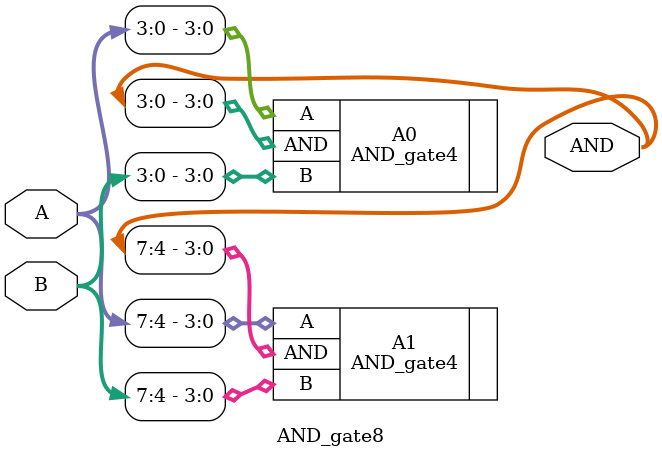
<source format=v>
`timescale 1ns / 1ps

module AND_gate8(
input [7:0]A,
input [7:0]B,
output [7:0]AND
    );
    
    AND_gate4 A0(.A(A[3:0]),.B(B[3:0]),.AND(AND[3:0]));
    AND_gate4 A1(.A(A[7:4]),.B(B[7:4]),.AND(AND[7:4]));
    
endmodule

</source>
